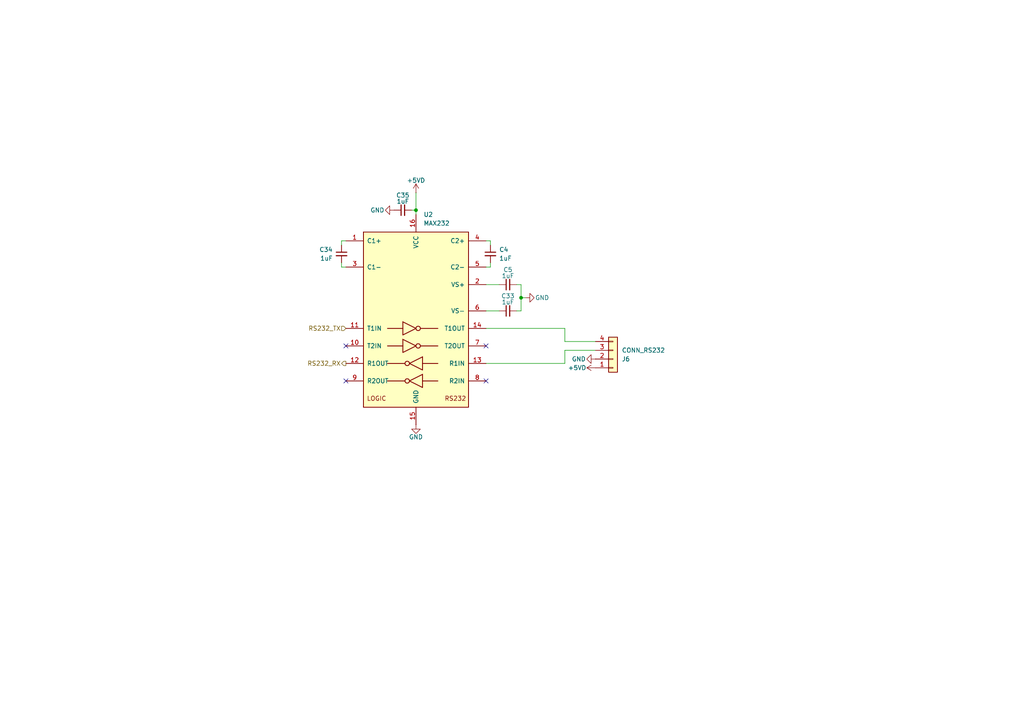
<source format=kicad_sch>
(kicad_sch (version 20231120) (generator "eeschema") (generator_version "8.0")
  (paper "A4")
  (lib_symbols
    (symbol "Connector_Generic:Conn_01x04" (pin_names (offset 1.016) hide)
      (property "Reference" "J" (at 0 5.08 0))
      (property "Value" "Conn_01x04" (at 0 -7.62 0))
      (symbol "Conn_01x04_1_1"
        (rectangle (start -1.27 -4.953) (end 0 -5.207) (stroke (width 0.1524)))
        (rectangle (start -1.27 -2.413) (end 0 -2.667) (stroke (width 0.1524)))
        (rectangle (start -1.27 0.127) (end 0 -0.127) (stroke (width 0.1524)))
        (rectangle (start -1.27 2.667) (end 0 2.413) (stroke (width 0.1524)))
        (rectangle (start -1.27 3.81) (end 1.27 -6.35) (stroke (width 0.254)) (fill (type background)))
        (pin passive line (at -5.08 2.54 0) (length 3.81) (name "Pin_1") (number "1"))
        (pin passive line (at -5.08 0 0) (length 3.81) (name "Pin_2") (number "2"))
        (pin passive line (at -5.08 -2.54 0) (length 3.81) (name "Pin_3") (number "3"))
        (pin passive line (at -5.08 -5.08 0) (length 3.81) (name "Pin_4") (number "4"))
      )
    )
    (symbol "Device:C_Small" (pin_numbers hide) (pin_names (offset 0.254) hide)
      (property "Reference" "C" (at 0.254 1.778 0))
      (property "Value" "C_Small" (at 0.254 -2.032 0))
      (symbol "C_Small_0_1"
        (polyline (pts (xy -1.524 -0.508) (xy 1.524 -0.508)) (stroke (width 0.3302)))
        (polyline (pts (xy -1.524 0.508) (xy 1.524 0.508)) (stroke (width 0.3048)))
      )
      (symbol "C_Small_1_1"
        (pin passive line (at 0 2.54 270) (length 2.032) (name "~") (number "1"))
        (pin passive line (at 0 -2.54 90) (length 2.032) (name "~") (number "2"))
      )
    )
    (symbol "Interface_UART:MAX232" (pin_names (offset 1.016))
      (property "Reference" "U" (at -2.54 28.575 0))
      (property "Value" "MAX232" (at -2.54 26.67 0))
      (symbol "MAX232_0_0"
        (text "LOGIC" (at -11.43 -22.86 0) (effects (font (size 1.27 1.27))))
        (text "RS232" (at 11.43 -22.86 0) (effects (font (size 1.27 1.27))))
      )
      (symbol "MAX232_0_1"
        (rectangle (start -15.24 -25.4) (end 15.24 25.4) (stroke (width 0.254)) (fill (type background)))
        (circle (center -2.54 -17.78) (radius 0.635) (stroke (width 0.254)))
        (circle (center -2.54 -12.7) (radius 0.635) (stroke (width 0.254)))
        (polyline (pts (xy -3.81 -7.62) (xy -8.255 -7.62)) (stroke (width 0.254)))
        (polyline (pts (xy -3.81 -2.54) (xy -8.255 -2.54)) (stroke (width 0.254)))
        (polyline (pts (xy -3.175 -17.78) (xy -8.255 -17.78)) (stroke (width 0.254)))
        (polyline (pts (xy -3.175 -12.7) (xy -8.255 -12.7)) (stroke (width 0.254)))
        (polyline (pts (xy 1.27 -7.62) (xy 6.35 -7.62)) (stroke (width 0.254)))
        (polyline (pts (xy 1.27 -2.54) (xy 6.35 -2.54)) (stroke (width 0.254)))
        (polyline (pts (xy 1.905 -17.78) (xy 6.35 -17.78)) (stroke (width 0.254)))
        (polyline (pts (xy 1.905 -12.7) (xy 6.35 -12.7)) (stroke (width 0.254)))
        (polyline (pts (xy -3.81 -5.715) (xy -3.81 -9.525) (xy 0 -7.62) (xy -3.81 -5.715)) (stroke (width 0.254)))
        (polyline (pts (xy -3.81 -0.635) (xy -3.81 -4.445) (xy 0 -2.54) (xy -3.81 -0.635)) (stroke (width 0.254)))
        (polyline (pts (xy 1.905 -15.875) (xy 1.905 -19.685) (xy -1.905 -17.78) (xy 1.905 -15.875)) (stroke (width 0.254)))
        (polyline (pts (xy 1.905 -10.795) (xy 1.905 -14.605) (xy -1.905 -12.7) (xy 1.905 -10.795)) (stroke (width 0.254)))
        (circle (center 0.635 -7.62) (radius 0.635) (stroke (width 0.254)))
        (circle (center 0.635 -2.54) (radius 0.635) (stroke (width 0.254)))
      )
      (symbol "MAX232_1_1"
        (pin passive line (at -20.32 22.86 0) (length 5.08) (name "C1+") (number "1"))
        (pin input line (at -20.32 -7.62 0) (length 5.08) (name "T2IN") (number "10"))
        (pin input line (at -20.32 -2.54 0) (length 5.08) (name "T1IN") (number "11"))
        (pin output line (at -20.32 -12.7 0) (length 5.08) (name "R1OUT") (number "12"))
        (pin input line (at 20.32 -12.7 180) (length 5.08) (name "R1IN") (number "13"))
        (pin output line (at 20.32 -2.54 180) (length 5.08) (name "T1OUT") (number "14"))
        (pin power_in line (at 0 -30.48 90) (length 5.08) (name "GND") (number "15"))
        (pin power_in line (at 0 30.48 270) (length 5.08) (name "VCC") (number "16"))
        (pin power_out line (at 20.32 10.16 180) (length 5.08) (name "VS+") (number "2"))
        (pin passive line (at -20.32 15.24 0) (length 5.08) (name "C1-") (number "3"))
        (pin passive line (at 20.32 22.86 180) (length 5.08) (name "C2+") (number "4"))
        (pin passive line (at 20.32 15.24 180) (length 5.08) (name "C2-") (number "5"))
        (pin power_out line (at 20.32 2.54 180) (length 5.08) (name "VS-") (number "6"))
        (pin output line (at 20.32 -7.62 180) (length 5.08) (name "T2OUT") (number "7"))
        (pin input line (at 20.32 -17.78 180) (length 5.08) (name "R2IN") (number "8"))
        (pin output line (at -20.32 -17.78 0) (length 5.08) (name "R2OUT") (number "9"))
      )
    )
    (symbol "power:+5VD" (power) (pin_numbers hide) (pin_names (offset 0) hide)
      (property "Value" "+5VD" (at 0 3.556 0))
      (symbol "+5VD_0_1"
        (polyline (pts (xy -0.762 1.27) (xy 0 2.54)))
        (polyline (pts (xy 0 0) (xy 0 2.54)))
        (polyline (pts (xy 0 2.54) (xy 0.762 1.27)))
      )
      (symbol "+5VD_1_1"
        (pin power_in line (at 0 0 90) (length 0) (name "~") (number "1"))
      )
    )
    (symbol "power:GND" (power) (pin_numbers hide) (pin_names (offset 0) hide)
      (property "Value" "GND" (at 0 -3.81 0))
      (symbol "GND_0_1"
        (polyline (pts (xy 0 0) (xy 0 -1.27) (xy 1.27 -1.27) (xy 0 -2.54) (xy -1.27 -1.27) (xy 0 -1.27)))
      )
      (symbol "GND_1_1"
        (pin power_in line (at 0 0 270) (length 0) (name "~") (number "1"))
      )
    )
  )
  (junction (at 151.13 86.36))
  (junction (at 120.65 60.96))
  (no_connect (at 140.97 110.49))
  (no_connect (at 100.33 110.49))
  (no_connect (at 140.97 100.33))
  (no_connect (at 100.33 100.33))
  (wire (pts (xy 120.65 62.23) (xy 120.65 60.96)))
  (wire (pts (xy 144.78 90.17) (xy 140.97 90.17)))
  (wire (pts (xy 99.06 76.2) (xy 99.06 77.47)))
  (wire (pts (xy 172.72 101.6) (xy 163.83 101.6)))
  (wire (pts (xy 142.24 77.47) (xy 140.97 77.47)))
  (wire (pts (xy 151.13 90.17) (xy 151.13 86.36)))
  (wire (pts (xy 140.97 105.41) (xy 163.83 105.41)))
  (wire (pts (xy 142.24 69.85) (xy 140.97 69.85)))
  (wire (pts (xy 142.24 71.12) (xy 142.24 69.85)))
  (wire (pts (xy 151.13 86.36) (xy 151.13 82.55)))
  (wire (pts (xy 151.13 86.36) (xy 152.4 86.36)))
  (wire (pts (xy 144.78 82.55) (xy 140.97 82.55)))
  (wire (pts (xy 140.97 95.25) (xy 163.83 95.25)))
  (wire (pts (xy 151.13 82.55) (xy 149.86 82.55)))
  (wire (pts (xy 163.83 99.06) (xy 163.83 95.25)))
  (wire (pts (xy 163.83 101.6) (xy 163.83 105.41)))
  (wire (pts (xy 172.72 99.06) (xy 163.83 99.06)))
  (wire (pts (xy 120.65 55.88) (xy 120.65 60.96)))
  (wire (pts (xy 99.06 69.85) (xy 100.33 69.85)))
  (wire (pts (xy 99.06 71.12) (xy 99.06 69.85)))
  (wire (pts (xy 142.24 76.2) (xy 142.24 77.47)))
  (wire (pts (xy 99.06 77.47) (xy 100.33 77.47)))
  (wire (pts (xy 120.65 60.96) (xy 119.38 60.96)))
  (wire (pts (xy 149.86 90.17) (xy 151.13 90.17)))
  (hierarchical_label "RS232_TX" (shape input) (at 100.33 95.25 180))
  (hierarchical_label "RS232_RX" (shape output) (at 100.33 105.41 180))
  (symbol (lib_id "power:GND") (at 172.72 104.14 270) (unit 1)
    (property "Reference" "#PWR015" (effects (hide yes)))
    (property "Value" "GND" (at 169.926 104.14 90) (effects (justify right)))
    (property "Description" "Power symbol creates a global label with name \"GND\" , ground" (effects (hide yes)))
  )
  (symbol (lib_id "power:GND") (at 152.4 86.36 90) (unit 1)
    (property "Reference" "#PWR010" (effects (hide yes)))
    (property "Value" "GND" (at 155.194 86.36 90) (effects (justify right)))
    (property "Description" "Power symbol creates a global label with name \"GND\" , ground" (effects (hide yes)))
  )
  (symbol (lib_id "Device:C_Small") (at 116.84 60.96 90) (mirror x) (unit 1)
    (property "Reference" "C35" (at 116.84 56.642 90))
    (property "Value" "1uF" (at 116.84 58.42 90))
    (property "Footprint" "Footprints:C_0603" (effects (hide yes)))
    (property "Description" "Unpolarized capacitor, small symbol" (effects (hide yes)))
  )
  (symbol (lib_id "Device:C_Small") (at 147.32 90.17 90) (unit 1)
    (property "Reference" "C33" (at 147.32 85.852 90))
    (property "Value" "1uF" (at 147.32 87.63 90))
    (property "Footprint" "Footprints:C_0603" (effects (hide yes)))
    (property "Description" "Unpolarized capacitor, small symbol" (effects (hide yes)))
  )
  (symbol (lib_id "power:GND") (at 120.65 123.19 0) (unit 1)
    (property "Reference" "#PWR012" (effects (hide yes)))
    (property "Value" "GND" (at 122.682 126.746 0) (effects (justify right)))
    (property "Description" "Power symbol creates a global label with name \"GND\" , ground" (effects (hide yes)))
  )
  (symbol (lib_id "Connector_Generic:Conn_01x04") (at 177.8 104.14 0) (mirror x) (unit 1)
    (property "Reference" "J6" (at 180.34 104.1401 0) (effects (justify left)))
    (property "Value" "CONN_RS232" (at 180.34 101.6001 0) (effects (justify left)))
    (property "Footprint" "Connector_Phoenix_MC:PhoenixContact_MC_1,5_4-G-3.81_1x04_P3.81mm_Horizontal" (effects (hide yes)))
    (property "Description" "Generic connector, single row, 01x04, script generated (kicad-library-utils/schlib/autogen/connector/)" (effects (hide yes)))
  )
  (symbol (lib_id "Device:C_Small") (at 99.06 73.66 0) (mirror y) (unit 1)
    (property "Reference" "C34" (at 96.52 72.3962 0) (effects (justify left)))
    (property "Value" "1uF" (at 96.52 74.9362 0) (effects (justify left)))
    (property "Footprint" "Footprints:C_0603" (effects (hide yes)))
    (property "Description" "Unpolarized capacitor, small symbol" (effects (hide yes)))
  )
  (symbol (lib_id "power:+5VD") (at 172.72 106.68 90) (unit 1)
    (property "Reference" "#PWR016" (effects (hide yes)))
    (property "Value" "+5VD" (at 167.386 106.68 90))
    (property "Description" "Power symbol creates a global label with name \"+5VD\"" (effects (hide yes)))
  )
  (symbol (lib_id "power:GND") (at 114.3 60.96 270) (unit 1)
    (property "Reference" "#PWR011" (effects (hide yes)))
    (property "Value" "GND" (at 111.506 60.96 90) (effects (justify right)))
    (property "Description" "Power symbol creates a global label with name \"GND\" , ground" (effects (hide yes)))
  )
  (symbol (lib_id "Device:C_Small") (at 147.32 82.55 90) (unit 1)
    (property "Reference" "C5" (at 147.32 78.232 90))
    (property "Value" "1uF" (at 147.32 80.01 90))
    (property "Footprint" "Footprints:C_0603" (effects (hide yes)))
    (property "Description" "Unpolarized capacitor, small symbol" (effects (hide yes)))
  )
  (symbol (lib_id "Interface_UART:MAX232") (at 120.65 92.71 0) (unit 1)
    (property "Reference" "U2" (at 122.8441 62.23 0) (effects (justify left)))
    (property "Value" "MAX232" (at 122.8441 64.77 0) (effects (justify left)))
    (property "Footprint" "Footprints:SOIC-16-4x10-P1.27" (effects (hide yes)))
    (property "Datasheet" "http://www.ti.com/lit/ds/symlink/max232.pdf" (effects (hide yes)))
    (property "Description" "Dual RS232 driver/receiver, 5V supply, 120kb/s, 0C-70C" (effects (hide yes)))
  )
  (symbol (lib_id "Device:C_Small") (at 142.24 73.66 0) (unit 1)
    (property "Reference" "C4" (at 144.78 72.3962 0) (effects (justify left)))
    (property "Value" "1uF" (at 144.78 74.9362 0) (effects (justify left)))
    (property "Footprint" "Footprints:C_0603" (effects (hide yes)))
    (property "Description" "Unpolarized capacitor, small symbol" (effects (hide yes)))
  )
  (symbol (lib_id "power:+5VD") (at 120.65 55.88 0) (unit 1)
    (property "Reference" "#PWR013" (effects (hide yes)))
    (property "Value" "+5VD" (at 120.65 52.324 0))
    (property "Description" "Power symbol creates a global label with name \"+5VD\"" (effects (hide yes)))
  )
)
</source>
